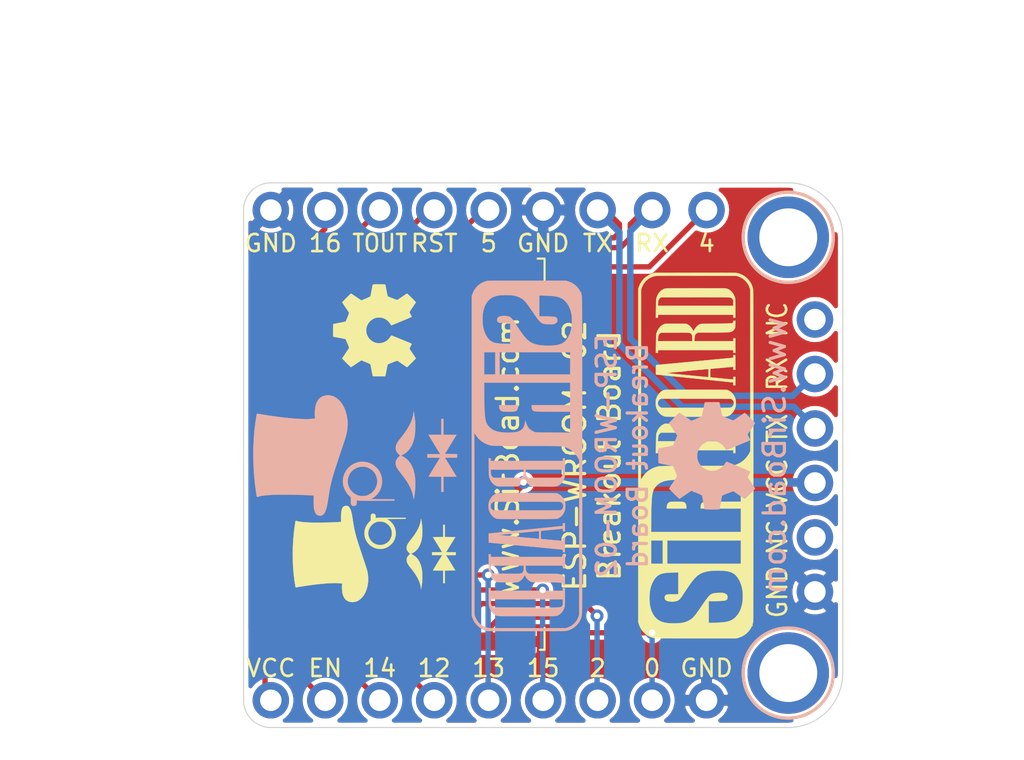
<source format=kicad_pcb>
(kicad_pcb (version 20171130) (host pcbnew "(5.1.2)-2")
  (title_block (title "ESP-WROOM-02 Breakout") (date 2020-04-21) (rev 1) (company SirBoard) (comment 1 "ESP-WROOM-02 Module") (comment 2 "DIP 2.54mm"))
  (layers (0 F.Cu signal) (31 B.Cu signal) (34 B.Paste user hide) (35 F.Paste user hide) (36 B.SilkS user) (37 F.SilkS user) (38 B.Mask user hide) (39 F.Mask user hide) (44 Edge.Cuts user))
  (net 0 "")
  (net 1 GND)
  (net 2 VCC)
  (net 3 GPIO13)
  (net 4 GPIO12)
  (net 5 GPIO14)
  (net 6 GPI16)
  (net 7 EN)
  (net 8 RST)
  (net 9 GPIO15)
  (net 10 GPIO2)
  (net 11 GPIO0)
  (net 12 GPIO4)
  (net 13 GPIO5)
  (net 14 TXD)
  (net 15 "Net-(J3-Pad6)")
  (net 16 "Net-(J3-Pad2)")
  (net 17 RXD)
  (net 18 TOUT)
  (module RF_Module:ESP-WROOM-02 (layer F.Cu) (at 62.007 38.5376 90)
    (fp_text reference U1 hide)
    (fp_text value ESP-WROOM-02)
    (pad 19 smd rect (at 1.12 0.58 90) (size 4.3 4.3) (layers F.Cu F.Paste F.Mask) (net 1 GND))
    (pad 1 smd rect (at -8.7375 -6 90) (size 0.85 0.9125) (layers F.Cu F.Paste F.Mask) (net 2 VCC))
    (pad 2 smd rect (at -8.7375 -4.5 90) (size 0.85 0.9125) (layers F.Cu F.Paste F.Mask) (net 7 EN))
    (pad 3 smd rect (at -8.7375 -3 90) (size 0.85 0.9125) (layers F.Cu F.Paste F.Mask) (net 5 GPIO14))
    (pad 4 smd rect (at -8.7375 -1.5 90) (size 0.85 0.9125) (layers F.Cu F.Paste F.Mask) (net 4 GPIO12))
    (pad 5 smd rect (at -8.7375 0 90) (size 0.85 0.9125) (layers F.Cu F.Paste F.Mask) (net 3 GPIO13))
    (pad 6 smd rect (at -8.7375 1.5 90) (size 0.85 0.9125) (layers F.Cu F.Paste F.Mask) (net 9 GPIO15))
    (pad 7 smd rect (at -8.7375 3 90) (size 0.85 0.9125) (layers F.Cu F.Paste F.Mask) (net 10 GPIO2))
    (pad 8 smd rect (at -8.7375 4.5 90) (size 0.85 0.9125) (layers F.Cu F.Paste F.Mask) (net 11 GPIO0))
    (pad 9 smd rect (at -8.7375 6 90) (size 0.85 0.9125) (layers F.Cu F.Paste F.Mask) (net 1 GND))
    (pad 10 smd rect (at 8.7375 6 90) (size 0.85 0.9125) (layers F.Cu F.Paste F.Mask) (net 12 GPIO4))
    (pad 11 smd rect (at 8.7375 4.5 90) (size 0.85 0.9125) (layers F.Cu F.Paste F.Mask) (net 17 RXD))
    (pad 12 smd rect (at 8.7375 3 90) (size 0.85 0.9125) (layers F.Cu F.Paste F.Mask) (net 14 TXD))
    (pad 13 smd rect (at 8.7375 1.5 90) (size 0.85 0.9125) (layers F.Cu F.Paste F.Mask) (net 1 GND))
    (pad 14 smd rect (at 8.7375 0 90) (size 0.85 0.9125) (layers F.Cu F.Paste F.Mask) (net 13 GPIO5))
    (pad 15 smd rect (at 8.7375 -1.5 90) (size 0.85 0.9125) (layers F.Cu F.Paste F.Mask) (net 8 RST))
    (pad 16 smd rect (at 8.7375 -3 90) (size 0.85 0.9125) (layers F.Cu F.Paste F.Mask) (net 18 TOUT))
    (pad 17 smd rect (at 8.7375 -4.5 90) (size 0.85 0.9125) (layers F.Cu F.Paste F.Mask) (net 6 GPI16))
    (pad 18 smd rect (at 8.7375 -6 90) (size 0.85 0.9125) (layers F.Cu F.Paste F.Mask) (net 1 GND))
  )
  (module logo:OSHW73x52 (layer B.Cu) (at 76.581 38.608 270)
    (fp_text reference G*** hide)
    (fp_text value LOGO hide)
  )
  (module logo:SirBoard164x52 (layer B.Cu) (at 68.199 38.608 270)
    (fp_text reference G*** hide)
    (fp_text value LOGO hide)
  )
  (module logo:logo94x134 (layer B.Cu) (at 60.198 38.608 270)
    (fp_text reference G*** hide)
    (fp_text value LOGO hide)
  )
  (module logo:OSHW62x45 (layer F.Cu) (at 61.087 32.766 90)
    (fp_text reference G*** hide)
    (fp_text value LOGO hide)
  )
  (module logo:logo76x107 (layer F.Cu) (at 61.087 43.18 90)
    (fp_text reference G*** hide)
    (fp_text value LOGO hide)
  )
  (module logo:SirBoard171x54 (layer F.Cu) (at 76.073 38.608 90)
    (fp_text reference G*** hide)
    (fp_text value LOGO hide)
  )
  (module Connector_PinHeader_2.54mm:PinHeader_1x06_P2.54mm_Vertical (layer F.Cu) (at 81.6356 44.958 180)
    (fp_text reference J3 hide)
    (fp_text value Conn_01x06)
    (pad 6 thru_hole oval (at 0 12.7 180) (size 1.7 1.7) (drill 1) (layers *.Cu *.Mask) (net 15 "Net-(J3-Pad6)"))
    (pad 5 thru_hole oval (at 0 10.16 180) (size 1.7 1.7) (drill 1) (layers *.Cu *.Mask) (net 17 RXD))
    (pad 4 thru_hole oval (at 0 7.62 180) (size 1.7 1.7) (drill 1) (layers *.Cu *.Mask) (net 14 TXD))
    (pad 3 thru_hole oval (at 0 5.08 180) (size 1.7 1.7) (drill 1) (layers *.Cu *.Mask) (net 2 VCC))
    (pad 2 thru_hole oval (at 0 2.54 180) (size 1.7 1.7) (drill 1) (layers *.Cu *.Mask) (net 16 "Net-(J3-Pad2)"))
    (pad 1 thru_hole circle (at 0 0 180) (size 1.7 1.7) (drill 1) (layers *.Cu *.Mask) (net 1 GND))
  )
  (module Connector_PinHeader_2.54mm:PinHeader_1x09_P2.54mm_Vertical (layer F.Cu) (at 56.261 27.1526 90)
    (fp_text reference J2 hide)
    (fp_text value Conn_01x09)
    (pad 1 thru_hole circle (at 0 0 90) (size 1.7 1.7) (drill 1) (layers *.Cu *.Mask) (net 1 GND))
    (pad 2 thru_hole oval (at 0 2.54 90) (size 1.7 1.7) (drill 1) (layers *.Cu *.Mask) (net 6 GPI16))
    (pad 3 thru_hole oval (at 0 5.08 90) (size 1.7 1.7) (drill 1) (layers *.Cu *.Mask) (net 18 TOUT))
    (pad 4 thru_hole oval (at 0 7.62 90) (size 1.7 1.7) (drill 1) (layers *.Cu *.Mask) (net 8 RST))
    (pad 5 thru_hole oval (at 0 10.16 90) (size 1.7 1.7) (drill 1) (layers *.Cu *.Mask) (net 13 GPIO5))
    (pad 6 thru_hole oval (at 0 12.7 90) (size 1.7 1.7) (drill 1) (layers *.Cu *.Mask) (net 1 GND))
    (pad 7 thru_hole oval (at 0 15.24 90) (size 1.7 1.7) (drill 1) (layers *.Cu *.Mask) (net 14 TXD))
    (pad 8 thru_hole oval (at 0 17.78 90) (size 1.7 1.7) (drill 1) (layers *.Cu *.Mask) (net 17 RXD))
    (pad 9 thru_hole oval (at 0 20.32 90) (size 1.7 1.7) (drill 1) (layers *.Cu *.Mask) (net 12 GPIO4))
  )
  (module Connector_PinHeader_2.54mm:PinHeader_1x09_P2.54mm_Vertical (layer F.Cu) (at 56.261 50.0126 90)
    (fp_text reference J1 hide)
    (fp_text value Conn_01x09)
    (pad 1 thru_hole circle (at 0 0 90) (size 1.7 1.7) (drill 1) (layers *.Cu *.Mask) (net 2 VCC))
    (pad 2 thru_hole oval (at 0 2.54 90) (size 1.7 1.7) (drill 1) (layers *.Cu *.Mask) (net 7 EN))
    (pad 3 thru_hole oval (at 0 5.08 90) (size 1.7 1.7) (drill 1) (layers *.Cu *.Mask) (net 5 GPIO14))
    (pad 4 thru_hole oval (at 0 7.62 90) (size 1.7 1.7) (drill 1) (layers *.Cu *.Mask) (net 4 GPIO12))
    (pad 5 thru_hole oval (at 0 10.16 90) (size 1.7 1.7) (drill 1) (layers *.Cu *.Mask) (net 3 GPIO13))
    (pad 6 thru_hole oval (at 0 12.7 90) (size 1.7 1.7) (drill 1) (layers *.Cu *.Mask) (net 9 GPIO15))
    (pad 7 thru_hole oval (at 0 15.24 90) (size 1.7 1.7) (drill 1) (layers *.Cu *.Mask) (net 10 GPIO2))
    (pad 8 thru_hole oval (at 0 17.78 90) (size 1.7 1.7) (drill 1) (layers *.Cu *.Mask) (net 11 GPIO0))
    (pad 9 thru_hole oval (at 0 20.32 90) (size 1.7 1.7) (drill 1) (layers *.Cu *.Mask) (net 1 GND))
  )
  (module SirBoardLibrary:MountingHole_M2.5_SirBoard (layer F.Cu) (at 80.391 28.4226)
    (fp_text reference H2 hide)
    (fp_text value MountingHole)
    (pad 1 thru_hole circle (at 0 0) (size 3.8 3.8) (drill 2.7) (layers *.Cu *.Mask))
  )
  (module SirBoardLibrary:MountingHole_M2.5_SirBoard (layer F.Cu) (at 80.391 48.7426)
    (fp_text reference H1 hide)
    (fp_text value MountingHole)
    (pad 1 thru_hole circle (at 0 0) (size 3.8 3.8) (drill 2.7) (layers *.Cu *.Mask))
  )
  (gr_text GND (at 79.883 44.958 90) (layer F.SilkS) (effects (font (size 0.9 0.8) (thickness 0.12))))
  (gr_text GND (at 76.581 48.514) (layer F.SilkS) (effects (font (size 0.8 0.8) (thickness 0.12))))
  (gr_text 0 (at 74.041 48.514) (layer F.SilkS) (effects (font (size 0.8 0.8) (thickness 0.12))))
  (gr_text 2 (at 71.501 48.514) (layer F.SilkS) (effects (font (size 0.8 0.8) (thickness 0.12))))
  (gr_text 15 (at 68.961 48.514) (layer F.SilkS) (effects (font (size 0.8 0.8) (thickness 0.12))))
  (gr_text 13 (at 66.421 48.514) (layer F.SilkS) (effects (font (size 0.8 0.8) (thickness 0.12))))
  (gr_text 12 (at 63.881 48.514) (layer F.SilkS) (effects (font (size 0.8 0.8) (thickness 0.12))))
  (gr_text 14 (at 61.341 48.514) (layer F.SilkS) (effects (font (size 0.8 0.8) (thickness 0.12))))
  (gr_text EN (at 58.801 48.514) (layer F.SilkS) (effects (font (size 0.8 0.8) (thickness 0.12))))
  (gr_text VCC (at 56.261 48.514) (layer F.SilkS) (effects (font (size 0.8 0.8) (thickness 0.12))))
  (gr_text 4 (at 76.581 28.702) (layer F.SilkS) (effects (font (size 0.8 0.8) (thickness 0.12))))
  (gr_text RX (at 74.041 28.702) (layer F.SilkS) (effects (font (size 0.8 0.8) (thickness 0.12))))
  (gr_text TX (at 71.501 28.702) (layer F.SilkS) (effects (font (size 0.8 0.8) (thickness 0.12))))
  (gr_text GND (at 68.961 28.702) (layer F.SilkS) (effects (font (size 0.8 0.8) (thickness 0.12))))
  (gr_text 5 (at 66.421 28.702) (layer F.SilkS) (effects (font (size 0.8 0.8) (thickness 0.12))))
  (gr_text RST (at 63.881 28.702) (layer F.SilkS) (effects (font (size 0.8 0.8) (thickness 0.12))))
  (gr_text TOUT (at 61.341 28.702) (layer F.SilkS) (effects (font (size 0.8 0.7) (thickness 0.12))))
  (gr_text 16 (at 58.801 28.702) (layer F.SilkS) (effects (font (size 0.8 0.8) (thickness 0.12))))
  (gr_line (start 54.991 50.0126) (end 54.991 27.1526) (layer Edge.Cuts) (width 0.05))
  (gr_arc (start 56.261 50.0126) (end 54.991 50.0126) (angle -90) (layer Edge.Cuts) (width 0.05))
  (gr_arc (start 56.261 27.1526) (end 56.261 25.8826) (angle -90) (layer Edge.Cuts) (width 0.05))
  (gr_line (start 56.261 51.2826) (end 80.391 51.2826) (layer Edge.Cuts) (width 0.05))
  (gr_line (start 80.391 25.8826) (end 56.261 25.8826) (layer Edge.Cuts) (width 0.05))
  (gr_line (start 82.931 48.7426) (end 82.931 28.4226) (layer Edge.Cuts) (width 0.05))
  (gr_arc (start 80.391 48.7426) (end 80.391 51.2826) (angle -90) (layer Edge.Cuts) (width 0.05))
  (gr_arc (start 80.391 28.4226) (end 82.931 28.4226) (angle -90) (layer Edge.Cuts) (width 0.05))
  (gr_text "ESP-WROOM-02\nBreakout Board" (at 71.247 38.608 90) (layer F.SilkS) (effects (font (size 1 1))))
  (gr_text www.SirBoad.com (at 67.31 38.608 90) (layer F.SilkS) (effects (font (size 1 1))))
  (gr_text www.SirBoad.com (at 79.756 38.608 90) (layer B.SilkS) (effects (font (size 1 1)) (justify mirror)))
  (gr_text NC (at 79.883 32.258 90) (layer F.SilkS) (effects (font (size 0.9 0.8) (thickness 0.12))))
  (gr_text RX (at 79.883 34.798 90) (layer F.SilkS) (effects (font (size 0.9 0.8) (thickness 0.12))))
  (gr_text "ESP-WROOM-02\nBreakout Board" (at 72.644 38.608 90) (layer B.SilkS) (effects (font (size 0.9 0.9)) (justify mirror)))
  (gr_text TX (at 79.883 37.338 90) (layer F.SilkS) (effects (font (size 0.9 0.8) (thickness 0.12))))
  (gr_text VCC (at 79.883 39.878 90) (layer F.SilkS) (effects (font (size 0.9 0.8) (thickness 0.12))))
  (gr_text NC (at 79.883 42.418 90) (layer F.SilkS) (effects (font (size 0.9 0.8) (thickness 0.12))))
  (gr_text GND (at 56.261 28.702) (layer F.SilkS) (effects (font (size 0.8 0.8) (thickness 0.12))))
  (segment (start 55.9906 49.7676) (end 56.2356 50.0126) (width 0.25) (layer F.Cu) (net 2))
  (segment (start 55.9906 47.2751) (end 55.9906 49.7676) (width 0.25) (layer F.Cu) (net 2))
  (segment (start 65.8876 42.0116) (end 68.0466 39.8526) (width 0.4) (layer F.Cu) (net 2))
  (segment (start 60.4291 42.0116) (end 65.8876 42.0116) (width 0.4) (layer F.Cu) (net 2))
  (segment (start 55.9906 47.2751) (end 55.9906 46.4501) (width 0.4) (layer F.Cu) (net 2))
  (segment (start 55.9906 46.4501) (end 60.4291 42.0116) (width 0.4) (layer F.Cu) (net 2))
  (via (at 68.0466 39.8526) (size 0.6) (drill 0.3) (layers F.Cu B.Cu) (net 2))
  (segment (start 81.6356 39.8526) (end 68.0466 39.8526) (width 0.4) (layer B.Cu) (net 2))
  (segment (start 61.9906 47.2751) (end 61.9906 46.4801) (width 0.25) (layer F.Cu) (net 3))
  (segment (start 61.9906 46.4801) (end 64.3001 44.1706) (width 0.25) (layer F.Cu) (net 3))
  (via (at 66.3956 44.1706) (size 0.6) (drill 0.3) (layers F.Cu B.Cu) (net 3))
  (segment (start 64.3001 44.1706) (end 66.3956 44.1706) (width 0.25) (layer F.Cu) (net 3))
  (segment (start 66.3956 44.1706) (end 66.3956 50.0126) (width 0.25) (layer B.Cu) (net 3))
  (segment (start 62.2681 48.4251) (end 63.8556 50.0126) (width 0.25) (layer F.Cu) (net 4))
  (segment (start 61.3156 48.4251) (end 62.2681 48.4251) (width 0.25) (layer F.Cu) (net 4))
  (segment (start 60.4906 47.2751) (end 60.4906 47.6001) (width 0.25) (layer F.Cu) (net 4))
  (segment (start 60.4906 47.6001) (end 61.3156 48.4251) (width 0.25) (layer F.Cu) (net 4))
  (segment (start 58.9906 47.6876) (end 61.3156 50.0126) (width 0.25) (layer F.Cu) (net 5))
  (segment (start 58.9906 47.2751) (end 58.9906 47.6876) (width 0.25) (layer F.Cu) (net 5))
  (segment (start 58.7756 28.0416) (end 58.7756 27.1526) (width 0.25) (layer F.Cu) (net 6))
  (segment (start 57.4906 29.8001) (end 57.4906 29.3266) (width 0.25) (layer F.Cu) (net 6))
  (segment (start 57.4906 29.3266) (end 58.7756 28.0416) (width 0.25) (layer F.Cu) (net 6))
  (segment (start 57.4906 48.7276) (end 58.7756 50.0126) (width 0.25) (layer F.Cu) (net 7))
  (segment (start 57.4906 47.2751) (end 57.4906 48.7276) (width 0.25) (layer F.Cu) (net 7))
  (segment (start 63.6016 27.1526) (end 63.8556 27.1526) (width 0.25) (layer F.Cu) (net 8))
  (segment (start 62.0776 28.6766) (end 63.6016 27.1526) (width 0.25) (layer F.Cu) (net 8))
  (segment (start 61.0616 28.6766) (end 62.0776 28.6766) (width 0.25) (layer F.Cu) (net 8))
  (segment (start 60.4906 29.8001) (end 60.4906 29.2476) (width 0.25) (layer F.Cu) (net 8))
  (segment (start 60.4906 29.2476) (end 61.0616 28.6766) (width 0.25) (layer F.Cu) (net 8))
  (via (at 68.9356 44.8691) (size 0.6) (drill 0.3) (layers F.Cu B.Cu) (net 9))
  (segment (start 68.9356 50.0126) (end 68.9356 44.8691) (width 0.25) (layer B.Cu) (net 9))
  (segment (start 68.511336 44.8691) (end 68.9356 44.8691) (width 0.25) (layer F.Cu) (net 9))
  (segment (start 65.1256 44.8691) (end 68.511336 44.8691) (width 0.25) (layer F.Cu) (net 9))
  (segment (start 63.4906 47.2751) (end 63.4906 46.5041) (width 0.25) (layer F.Cu) (net 9))
  (segment (start 63.4906 46.5041) (end 65.1256 44.8691) (width 0.25) (layer F.Cu) (net 9))
  (segment (start 71.4756 50.0126) (end 71.4756 46.0756) (width 0.25) (layer B.Cu) (net 10))
  (via (at 71.4756 46.0756) (size 0.6) (drill 0.3) (layers F.Cu B.Cu) (net 10))
  (segment (start 71.175601 45.775601) (end 71.4756 46.0756) (width 0.25) (layer F.Cu) (net 10))
  (segment (start 70.9041 45.5041) (end 71.175601 45.775601) (width 0.25) (layer F.Cu) (net 10))
  (segment (start 66.086225 45.5041) (end 70.9041 45.5041) (width 0.25) (layer F.Cu) (net 10))
  (segment (start 64.9906 47.2751) (end 64.9906 46.599725) (width 0.25) (layer F.Cu) (net 10))
  (segment (start 64.9906 46.599725) (end 66.086225 45.5041) (width 0.25) (layer F.Cu) (net 10))
  (via (at 74.041 46.863) (size 0.6) (drill 0.3) (layers F.Cu B.Cu) (net 11))
  (segment (start 70.866 46.863) (end 74.041 46.863) (width 0.25) (layer F.Cu) (net 11))
  (segment (start 70.1421 46.1391) (end 70.866 46.863) (width 0.25) (layer F.Cu) (net 11))
  (segment (start 66.9516 46.1391) (end 70.1421 46.1391) (width 0.25) (layer F.Cu) (net 11))
  (segment (start 66.4906 47.2751) (end 66.4906 46.6001) (width 0.25) (layer F.Cu) (net 11))
  (segment (start 66.4906 46.6001) (end 66.9516 46.1391) (width 0.25) (layer F.Cu) (net 11))
  (segment (start 74.041 46.863) (end 74.041 50.0126) (width 0.25) (layer B.Cu) (net 11))
  (segment (start 73.9081 29.8001) (end 76.5556 27.1526) (width 0.25) (layer F.Cu) (net 12))
  (segment (start 67.9906 29.8001) (end 73.9081 29.8001) (width 0.25) (layer F.Cu) (net 12))
  (segment (start 66.1416 27.1526) (end 66.3956 27.1526) (width 0.25) (layer F.Cu) (net 13))
  (segment (start 64.6176 28.6766) (end 66.1416 27.1526) (width 0.25) (layer F.Cu) (net 13))
  (segment (start 63.14535 28.6766) (end 64.6176 28.6766) (width 0.25) (layer F.Cu) (net 13))
  (segment (start 61.9906 29.8001) (end 62.02185 29.8001) (width 0.25) (layer F.Cu) (net 13))
  (segment (start 62.02185 29.8001) (end 63.14535 28.6766) (width 0.25) (layer F.Cu) (net 13))
  (segment (start 80.645 36.322) (end 81.6356 37.3126) (width 0.3) (layer B.Cu) (net 14))
  (segment (start 75.438 36.322) (end 80.645 36.322) (width 0.3) (layer B.Cu) (net 14))
  (segment (start 72.517 33.401) (end 75.438 36.322) (width 0.3) (layer B.Cu) (net 14))
  (segment (start 71.4756 27.1526) (end 72.517 28.194) (width 0.3) (layer B.Cu) (net 14))
  (segment (start 72.517 28.194) (end 72.517 33.401) (width 0.3) (layer B.Cu) (net 14))
  (segment (start 71.8566 27.1526) (end 71.4756 27.1526) (width 0.25) (layer F.Cu) (net 14))
  (segment (start 72.517 27.813) (end 71.8566 27.1526) (width 0.25) (layer F.Cu) (net 14))
  (segment (start 65.4812 29.3095) (end 65.4812 28.829) (width 0.25) (layer F.Cu) (net 14))
  (segment (start 64.9906 29.8001) (end 65.4812 29.3095) (width 0.25) (layer F.Cu) (net 14))
  (segment (start 65.4812 28.829) (end 65.8622 28.448) (width 0.25) (layer F.Cu) (net 14))
  (segment (start 65.8622 28.448) (end 72.263 28.448) (width 0.25) (layer F.Cu) (net 14))
  (segment (start 72.263 28.448) (end 72.517 28.194) (width 0.25) (layer F.Cu) (net 14))
  (segment (start 72.517 28.194) (end 72.517 27.813) (width 0.25) (layer F.Cu) (net 14))
  (segment (start 80.5942 35.814) (end 81.6356 34.7726) (width 0.3) (layer B.Cu) (net 17))
  (segment (start 75.692 35.814) (end 80.5942 35.814) (width 0.3) (layer B.Cu) (net 17))
  (segment (start 73.025 33.147) (end 75.692 35.814) (width 0.3) (layer B.Cu) (net 17))
  (segment (start 74.0156 27.1526) (end 73.025 28.1432) (width 0.3) (layer B.Cu) (net 17))
  (segment (start 73.025 28.1432) (end 73.025 33.147) (width 0.3) (layer B.Cu) (net 17))
  (segment (start 73.6854 27.1526) (end 74.0156 27.1526) (width 0.25) (layer F.Cu) (net 17))
  (segment (start 65.9892 29.2987) (end 65.9892 29.1084) (width 0.25) (layer F.Cu) (net 17))
  (segment (start 66.4906 29.8001) (end 65.9892 29.2987) (width 0.25) (layer F.Cu) (net 17))
  (segment (start 65.9892 29.1084) (end 66.1924 28.9052) (width 0.25) (layer F.Cu) (net 17))
  (segment (start 66.1924 28.9052) (end 72.5678 28.9052) (width 0.25) (layer F.Cu) (net 17))
  (segment (start 73.025 27.813) (end 73.6854 27.1526) (width 0.25) (layer F.Cu) (net 17))
  (segment (start 72.5678 28.9052) (end 73.025 28.448) (width 0.25) (layer F.Cu) (net 17))
  (segment (start 73.025 28.448) (end 73.025 27.813) (width 0.25) (layer F.Cu) (net 17))
  (segment (start 58.9906 29.4776) (end 61.3156 27.1526) (width 0.25) (layer F.Cu) (net 18))
  (segment (start 58.9906 29.8001) (end 58.9906 29.4776) (width 0.25) (layer F.Cu) (net 18))
  (zone (net 1) (net_name GND) (layer F.Cu) (connect_pads (clearance 0.2)) (min_thickness 0.2) (fill yes (arc_segments 32) (thermal_gap 0.2) (thermal_bridge_width 0.508))
    (polygon (pts (xy 54.9656 25.8826) (xy 82.9056 25.8826) (xy 82.9056 51.2826) (xy 54.9656 51.2826)))
  )
  (zone (net 1) (net_name GND) (layer B.Cu) (connect_pads (clearance 0.2)) (min_thickness 0.2) (fill yes (arc_segments 32) (thermal_gap 0.2) (thermal_bridge_width 0.5))
    (polygon (pts (xy 54.9656 25.8826) (xy 82.9056 25.8826) (xy 82.9056 51.2826) (xy 54.9656 51.2826)))
  )
)
</source>
